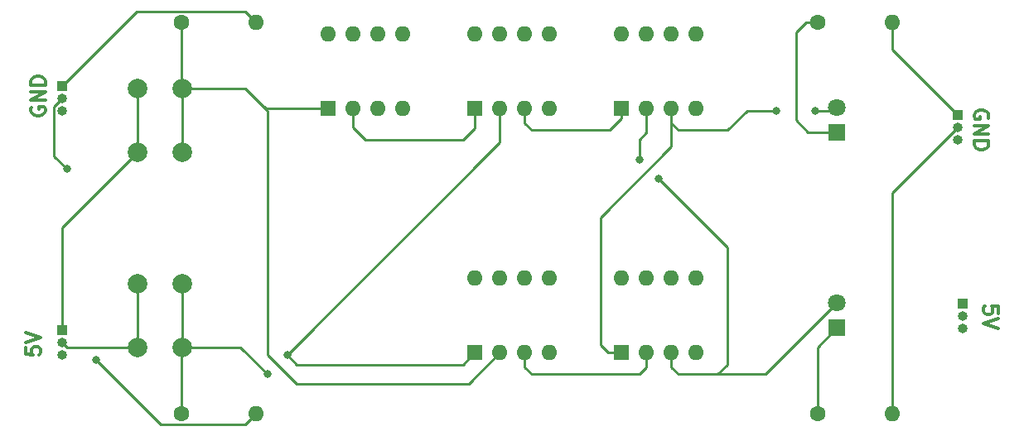
<source format=gbr>
%TF.GenerationSoftware,KiCad,Pcbnew,7.0.7*%
%TF.CreationDate,2023-11-02T13:25:28-04:00*%
%TF.ProjectId,TEJ4M-Unit-4-08,54454a34-4d2d-4556-9e69-742d342d3038,rev?*%
%TF.SameCoordinates,Original*%
%TF.FileFunction,Copper,L1,Top*%
%TF.FilePolarity,Positive*%
%FSLAX46Y46*%
G04 Gerber Fmt 4.6, Leading zero omitted, Abs format (unit mm)*
G04 Created by KiCad (PCBNEW 7.0.7) date 2023-11-02 13:25:28*
%MOMM*%
%LPD*%
G01*
G04 APERTURE LIST*
%ADD10C,0.300000*%
%TA.AperFunction,NonConductor*%
%ADD11C,0.300000*%
%TD*%
%TA.AperFunction,ComponentPad*%
%ADD12R,1.000000X1.000000*%
%TD*%
%TA.AperFunction,ComponentPad*%
%ADD13O,1.000000X1.000000*%
%TD*%
%TA.AperFunction,ComponentPad*%
%ADD14R,1.600000X1.600000*%
%TD*%
%TA.AperFunction,ComponentPad*%
%ADD15O,1.600000X1.600000*%
%TD*%
%TA.AperFunction,ComponentPad*%
%ADD16C,2.000000*%
%TD*%
%TA.AperFunction,ComponentPad*%
%ADD17C,1.600000*%
%TD*%
%TA.AperFunction,ComponentPad*%
%ADD18R,1.800000X1.800000*%
%TD*%
%TA.AperFunction,ComponentPad*%
%ADD19C,1.800000*%
%TD*%
%TA.AperFunction,ViaPad*%
%ADD20C,0.800000*%
%TD*%
%TA.AperFunction,Conductor*%
%ADD21C,0.250000*%
%TD*%
G04 APERTURE END LIST*
D10*
D11*
X198627742Y-64840225D02*
X198699171Y-64697368D01*
X198699171Y-64697368D02*
X198699171Y-64483082D01*
X198699171Y-64483082D02*
X198627742Y-64268796D01*
X198627742Y-64268796D02*
X198484885Y-64125939D01*
X198484885Y-64125939D02*
X198342028Y-64054510D01*
X198342028Y-64054510D02*
X198056314Y-63983082D01*
X198056314Y-63983082D02*
X197842028Y-63983082D01*
X197842028Y-63983082D02*
X197556314Y-64054510D01*
X197556314Y-64054510D02*
X197413457Y-64125939D01*
X197413457Y-64125939D02*
X197270600Y-64268796D01*
X197270600Y-64268796D02*
X197199171Y-64483082D01*
X197199171Y-64483082D02*
X197199171Y-64625939D01*
X197199171Y-64625939D02*
X197270600Y-64840225D01*
X197270600Y-64840225D02*
X197342028Y-64911653D01*
X197342028Y-64911653D02*
X197842028Y-64911653D01*
X197842028Y-64911653D02*
X197842028Y-64625939D01*
X197199171Y-65554510D02*
X198699171Y-65554510D01*
X198699171Y-65554510D02*
X197199171Y-66411653D01*
X197199171Y-66411653D02*
X198699171Y-66411653D01*
X197199171Y-67125939D02*
X198699171Y-67125939D01*
X198699171Y-67125939D02*
X198699171Y-67483082D01*
X198699171Y-67483082D02*
X198627742Y-67697368D01*
X198627742Y-67697368D02*
X198484885Y-67840225D01*
X198484885Y-67840225D02*
X198342028Y-67911654D01*
X198342028Y-67911654D02*
X198056314Y-67983082D01*
X198056314Y-67983082D02*
X197842028Y-67983082D01*
X197842028Y-67983082D02*
X197556314Y-67911654D01*
X197556314Y-67911654D02*
X197413457Y-67840225D01*
X197413457Y-67840225D02*
X197270600Y-67697368D01*
X197270600Y-67697368D02*
X197199171Y-67483082D01*
X197199171Y-67483082D02*
X197199171Y-67125939D01*
D10*
D11*
X100872257Y-63659774D02*
X100800828Y-63802632D01*
X100800828Y-63802632D02*
X100800828Y-64016917D01*
X100800828Y-64016917D02*
X100872257Y-64231203D01*
X100872257Y-64231203D02*
X101015114Y-64374060D01*
X101015114Y-64374060D02*
X101157971Y-64445489D01*
X101157971Y-64445489D02*
X101443685Y-64516917D01*
X101443685Y-64516917D02*
X101657971Y-64516917D01*
X101657971Y-64516917D02*
X101943685Y-64445489D01*
X101943685Y-64445489D02*
X102086542Y-64374060D01*
X102086542Y-64374060D02*
X102229400Y-64231203D01*
X102229400Y-64231203D02*
X102300828Y-64016917D01*
X102300828Y-64016917D02*
X102300828Y-63874060D01*
X102300828Y-63874060D02*
X102229400Y-63659774D01*
X102229400Y-63659774D02*
X102157971Y-63588346D01*
X102157971Y-63588346D02*
X101657971Y-63588346D01*
X101657971Y-63588346D02*
X101657971Y-63874060D01*
X102300828Y-62945489D02*
X100800828Y-62945489D01*
X100800828Y-62945489D02*
X102300828Y-62088346D01*
X102300828Y-62088346D02*
X100800828Y-62088346D01*
X102300828Y-61374060D02*
X100800828Y-61374060D01*
X100800828Y-61374060D02*
X100800828Y-61016917D01*
X100800828Y-61016917D02*
X100872257Y-60802631D01*
X100872257Y-60802631D02*
X101015114Y-60659774D01*
X101015114Y-60659774D02*
X101157971Y-60588345D01*
X101157971Y-60588345D02*
X101443685Y-60516917D01*
X101443685Y-60516917D02*
X101657971Y-60516917D01*
X101657971Y-60516917D02*
X101943685Y-60588345D01*
X101943685Y-60588345D02*
X102086542Y-60659774D01*
X102086542Y-60659774D02*
X102229400Y-60802631D01*
X102229400Y-60802631D02*
X102300828Y-61016917D01*
X102300828Y-61016917D02*
X102300828Y-61374060D01*
D10*
D11*
X100300828Y-88231203D02*
X100300828Y-88945489D01*
X100300828Y-88945489D02*
X101015114Y-89016917D01*
X101015114Y-89016917D02*
X100943685Y-88945489D01*
X100943685Y-88945489D02*
X100872257Y-88802632D01*
X100872257Y-88802632D02*
X100872257Y-88445489D01*
X100872257Y-88445489D02*
X100943685Y-88302632D01*
X100943685Y-88302632D02*
X101015114Y-88231203D01*
X101015114Y-88231203D02*
X101157971Y-88159774D01*
X101157971Y-88159774D02*
X101515114Y-88159774D01*
X101515114Y-88159774D02*
X101657971Y-88231203D01*
X101657971Y-88231203D02*
X101729400Y-88302632D01*
X101729400Y-88302632D02*
X101800828Y-88445489D01*
X101800828Y-88445489D02*
X101800828Y-88802632D01*
X101800828Y-88802632D02*
X101729400Y-88945489D01*
X101729400Y-88945489D02*
X101657971Y-89016917D01*
X100300828Y-87731203D02*
X101800828Y-87231203D01*
X101800828Y-87231203D02*
X100300828Y-86731203D01*
D10*
D11*
X199699171Y-84768796D02*
X199699171Y-84054510D01*
X199699171Y-84054510D02*
X198984885Y-83983082D01*
X198984885Y-83983082D02*
X199056314Y-84054510D01*
X199056314Y-84054510D02*
X199127742Y-84197368D01*
X199127742Y-84197368D02*
X199127742Y-84554510D01*
X199127742Y-84554510D02*
X199056314Y-84697368D01*
X199056314Y-84697368D02*
X198984885Y-84768796D01*
X198984885Y-84768796D02*
X198842028Y-84840225D01*
X198842028Y-84840225D02*
X198484885Y-84840225D01*
X198484885Y-84840225D02*
X198342028Y-84768796D01*
X198342028Y-84768796D02*
X198270600Y-84697368D01*
X198270600Y-84697368D02*
X198199171Y-84554510D01*
X198199171Y-84554510D02*
X198199171Y-84197368D01*
X198199171Y-84197368D02*
X198270600Y-84054510D01*
X198270600Y-84054510D02*
X198342028Y-83983082D01*
X199699171Y-85268796D02*
X198199171Y-85768796D01*
X198199171Y-85768796D02*
X199699171Y-86268796D01*
D12*
%TO.P,J4,1,Pin_1*%
%TO.N,Net-(J4-Pin_1)*%
X195500000Y-64500000D03*
D13*
%TO.P,J4,2,Pin_2*%
%TO.N,Net-(J4-Pin_2)*%
X195500000Y-65770000D03*
%TO.P,J4,3,Pin_3*%
%TO.N,unconnected-(J4-Pin_3-Pad3)*%
X195500000Y-67040000D03*
%TD*%
D12*
%TO.P,J3,1,Pin_1*%
%TO.N,unconnected-(J3-Pin_1-Pad1)*%
X196025000Y-83725000D03*
D13*
%TO.P,J3,2,Pin_2*%
%TO.N,unconnected-(J3-Pin_2-Pad2)*%
X196025000Y-84995000D03*
%TO.P,J3,3,Pin_3*%
%TO.N,unconnected-(J3-Pin_3-Pad3)*%
X196025000Y-86265000D03*
%TD*%
D12*
%TO.P,J2,1,Pin_1*%
%TO.N,Net-(J2-Pin_1)*%
X104000000Y-61500000D03*
D13*
%TO.P,J2,2,Pin_2*%
%TO.N,Net-(J2-Pin_2)*%
X104000000Y-62770000D03*
%TO.P,J2,3,Pin_3*%
%TO.N,unconnected-(J2-Pin_3-Pad3)*%
X104000000Y-64040000D03*
%TD*%
D12*
%TO.P,J1,1,Pin_1*%
%TO.N,Net-(J1-Pin_1)*%
X104000000Y-86460000D03*
D13*
%TO.P,J1,2,Pin_2*%
%TO.N,Net-(J1-Pin_2)*%
X104000000Y-87730000D03*
%TO.P,J1,3,Pin_3*%
%TO.N,unconnected-(J1-Pin_3-Pad3)*%
X104000000Y-89000000D03*
%TD*%
D14*
%TO.P,U7,1*%
%TO.N,Net-(U5-Pad3)*%
X161200000Y-63800000D03*
D15*
%TO.P,U7,2*%
%TO.N,Net-(D4-A)*%
X163740000Y-63800000D03*
%TO.P,U7,3*%
%TO.N,Net-(D3-A)*%
X166280000Y-63800000D03*
%TO.P,U7,4*%
%TO.N,N/C*%
X168820000Y-63800000D03*
%TO.P,U7,5*%
X168820000Y-56180000D03*
%TO.P,U7,6*%
X166280000Y-56180000D03*
%TO.P,U7,7*%
X163740000Y-56180000D03*
%TO.P,U7,8*%
X161200000Y-56180000D03*
%TD*%
D14*
%TO.P,U6,1*%
%TO.N,Net-(D3-A)*%
X161200000Y-88800000D03*
D15*
%TO.P,U6,2*%
%TO.N,Net-(U4-Pad3)*%
X163740000Y-88800000D03*
%TO.P,U6,3*%
%TO.N,Net-(D4-A)*%
X166280000Y-88800000D03*
%TO.P,U6,4*%
%TO.N,N/C*%
X168820000Y-88800000D03*
%TO.P,U6,5*%
X168820000Y-81180000D03*
%TO.P,U6,6*%
X166280000Y-81180000D03*
%TO.P,U6,7*%
X163740000Y-81180000D03*
%TO.P,U6,8*%
X161200000Y-81180000D03*
%TD*%
D14*
%TO.P,U5,1*%
%TO.N,Net-(U3-Pad2)*%
X146200000Y-63800000D03*
D15*
%TO.P,U5,2*%
%TO.N,Net-(R2-Pad1)*%
X148740000Y-63800000D03*
%TO.P,U5,3*%
%TO.N,Net-(U5-Pad3)*%
X151280000Y-63800000D03*
%TO.P,U5,4*%
%TO.N,N/C*%
X153820000Y-63800000D03*
%TO.P,U5,5*%
X153820000Y-56180000D03*
%TO.P,U5,6*%
X151280000Y-56180000D03*
%TO.P,U5,7*%
X148740000Y-56180000D03*
%TO.P,U5,8*%
X146200000Y-56180000D03*
%TD*%
D14*
%TO.P,U4,1*%
%TO.N,Net-(R2-Pad1)*%
X146200000Y-88800000D03*
D15*
%TO.P,U4,2*%
%TO.N,Net-(R1-Pad1)*%
X148740000Y-88800000D03*
%TO.P,U4,3*%
%TO.N,Net-(U4-Pad3)*%
X151280000Y-88800000D03*
%TO.P,U4,4*%
%TO.N,N/C*%
X153820000Y-88800000D03*
%TO.P,U4,5*%
X153820000Y-81180000D03*
%TO.P,U4,6*%
X151280000Y-81180000D03*
%TO.P,U4,7*%
X148740000Y-81180000D03*
%TO.P,U4,8*%
X146200000Y-81180000D03*
%TD*%
D14*
%TO.P,U3,1*%
%TO.N,Net-(R1-Pad1)*%
X131200000Y-63800000D03*
D15*
%TO.P,U3,2*%
%TO.N,Net-(U3-Pad2)*%
X133740000Y-63800000D03*
%TO.P,U3,3*%
%TO.N,N/C*%
X136280000Y-63800000D03*
%TO.P,U3,4*%
X138820000Y-63800000D03*
%TO.P,U3,5*%
X138820000Y-56180000D03*
%TO.P,U3,6*%
X136280000Y-56180000D03*
%TO.P,U3,7*%
X133740000Y-56180000D03*
%TO.P,U3,8*%
X131200000Y-56180000D03*
%TD*%
D16*
%TO.P,U2,1*%
%TO.N,Net-(J1-Pin_2)*%
X111750000Y-81750000D03*
X111750000Y-88250000D03*
%TO.P,U2,2*%
%TO.N,Net-(R2-Pad1)*%
X116250000Y-81750000D03*
X116250000Y-88250000D03*
%TD*%
%TO.P,U1,1*%
%TO.N,Net-(J1-Pin_1)*%
X111750000Y-61750000D03*
X111750000Y-68250000D03*
%TO.P,U1,2*%
%TO.N,Net-(R1-Pad1)*%
X116250000Y-61750000D03*
X116250000Y-68250000D03*
%TD*%
D15*
%TO.P,R4,2*%
%TO.N,Net-(J4-Pin_2)*%
X188810000Y-95000000D03*
D17*
%TO.P,R4,1*%
%TO.N,Net-(D4-K)*%
X181190000Y-95000000D03*
%TD*%
%TO.P,R3,1*%
%TO.N,Net-(D3-K)*%
X181190000Y-55000000D03*
D15*
%TO.P,R3,2*%
%TO.N,Net-(J4-Pin_1)*%
X188810000Y-55000000D03*
%TD*%
D17*
%TO.P,R2,1*%
%TO.N,Net-(R2-Pad1)*%
X116190000Y-95000000D03*
D15*
%TO.P,R2,2*%
%TO.N,Net-(J2-Pin_2)*%
X123810000Y-95000000D03*
%TD*%
D17*
%TO.P,R1,1*%
%TO.N,Net-(R1-Pad1)*%
X116190000Y-55000000D03*
D15*
%TO.P,R1,2*%
%TO.N,Net-(J2-Pin_1)*%
X123810000Y-55000000D03*
%TD*%
D18*
%TO.P,D4,1,K*%
%TO.N,Net-(D4-K)*%
X183175000Y-86250000D03*
D19*
%TO.P,D4,2,A*%
%TO.N,Net-(D4-A)*%
X183175000Y-83710000D03*
%TD*%
D18*
%TO.P,D3,1,K*%
%TO.N,Net-(D3-K)*%
X183175000Y-66250000D03*
D19*
%TO.P,D3,2,A*%
%TO.N,Net-(D3-A)*%
X183175000Y-63710000D03*
%TD*%
D20*
%TO.N,Net-(J2-Pin_2)*%
X104500000Y-70000000D03*
X107500000Y-89500000D03*
%TO.N,Net-(D3-A)*%
X181000000Y-64000000D03*
X177000000Y-64000000D03*
%TO.N,Net-(D4-A)*%
X163000000Y-69000000D03*
X165000000Y-71000000D03*
%TO.N,Net-(R2-Pad1)*%
X127000000Y-89000000D03*
X125000000Y-91000000D03*
%TD*%
D21*
%TO.N,Net-(J4-Pin_2)*%
X188810000Y-95000000D02*
X188810000Y-72460000D01*
X188810000Y-72460000D02*
X195500000Y-65770000D01*
%TO.N,Net-(J4-Pin_1)*%
X188810000Y-57810000D02*
X195500000Y-64500000D01*
X188810000Y-55000000D02*
X188810000Y-57810000D01*
%TO.N,Net-(J2-Pin_2)*%
X103175000Y-63595000D02*
X104000000Y-62770000D01*
X103175000Y-68675000D02*
X103175000Y-63595000D01*
X104500000Y-70000000D02*
X103175000Y-68675000D01*
X122685000Y-96125000D02*
X114125000Y-96125000D01*
X123810000Y-95000000D02*
X122685000Y-96125000D01*
X114125000Y-96125000D02*
X107500000Y-89500000D01*
%TO.N,Net-(J2-Pin_1)*%
X111625000Y-53875000D02*
X104000000Y-61500000D01*
X122685000Y-53875000D02*
X111625000Y-53875000D01*
X123810000Y-55000000D02*
X122685000Y-53875000D01*
%TO.N,Net-(J1-Pin_1)*%
X104000000Y-76000000D02*
X104000000Y-86460000D01*
X111750000Y-68250000D02*
X104000000Y-76000000D01*
%TO.N,Net-(J1-Pin_2)*%
X104520000Y-88250000D02*
X104000000Y-87730000D01*
X111750000Y-88250000D02*
X104520000Y-88250000D01*
%TO.N,Net-(J1-Pin_1)*%
X111750000Y-68250000D02*
X111750000Y-61750000D01*
%TO.N,Net-(J1-Pin_2)*%
X111750000Y-81750000D02*
X111750000Y-88250000D01*
%TO.N,Net-(R2-Pad1)*%
X116250000Y-88250000D02*
X116250000Y-81750000D01*
%TO.N,Net-(R1-Pad1)*%
X116250000Y-68250000D02*
X116250000Y-61750000D01*
%TO.N,Net-(D3-A)*%
X181000000Y-64000000D02*
X182885000Y-64000000D01*
X182885000Y-64000000D02*
X183175000Y-63710000D01*
X174000000Y-64000000D02*
X177000000Y-64000000D01*
X172000000Y-66000000D02*
X174000000Y-64000000D01*
X167000000Y-66000000D02*
X172000000Y-66000000D01*
X166280000Y-65280000D02*
X167000000Y-66000000D01*
X166280000Y-63800000D02*
X166280000Y-65280000D01*
%TO.N,Net-(D3-K)*%
X180000000Y-55000000D02*
X181190000Y-55000000D01*
X180250000Y-66250000D02*
X179000000Y-65000000D01*
X179000000Y-65000000D02*
X179000000Y-56000000D01*
X179000000Y-56000000D02*
X180000000Y-55000000D01*
X183175000Y-66250000D02*
X180250000Y-66250000D01*
%TO.N,Net-(D4-A)*%
X175885000Y-91000000D02*
X171000000Y-91000000D01*
X183175000Y-83710000D02*
X175885000Y-91000000D01*
%TO.N,Net-(D4-K)*%
X181190000Y-88235000D02*
X183175000Y-86250000D01*
X181190000Y-95000000D02*
X181190000Y-88235000D01*
%TO.N,Net-(D4-A)*%
X163740000Y-66260000D02*
X163740000Y-63800000D01*
X163000000Y-69000000D02*
X163000000Y-67000000D01*
X163000000Y-67000000D02*
X163740000Y-66260000D01*
X171000000Y-91000000D02*
X172000000Y-90000000D01*
X167000000Y-91000000D02*
X171000000Y-91000000D01*
X172000000Y-78000000D02*
X165000000Y-71000000D01*
X166280000Y-90280000D02*
X167000000Y-91000000D01*
X172000000Y-90000000D02*
X172000000Y-78000000D01*
X166280000Y-88800000D02*
X166280000Y-90280000D01*
%TO.N,Net-(D3-A)*%
X166280000Y-67720000D02*
X166280000Y-63800000D01*
X159000000Y-75000000D02*
X166280000Y-67720000D01*
X159800000Y-88800000D02*
X159000000Y-88000000D01*
X161200000Y-88800000D02*
X159800000Y-88800000D01*
X159000000Y-88000000D02*
X159000000Y-75000000D01*
%TO.N,Net-(U4-Pad3)*%
X152000000Y-91000000D02*
X163000000Y-91000000D01*
X151280000Y-90280000D02*
X152000000Y-91000000D01*
X151280000Y-88800000D02*
X151280000Y-90280000D01*
X163000000Y-91000000D02*
X163740000Y-90260000D01*
X163740000Y-90260000D02*
X163740000Y-88800000D01*
%TO.N,Net-(U5-Pad3)*%
X160000000Y-66000000D02*
X161200000Y-64800000D01*
X152000000Y-66000000D02*
X160000000Y-66000000D01*
X151280000Y-65280000D02*
X152000000Y-66000000D01*
X161200000Y-64800000D02*
X161200000Y-63800000D01*
X151280000Y-63800000D02*
X151280000Y-65280000D01*
%TO.N,Net-(U3-Pad2)*%
X146200000Y-65800000D02*
X146200000Y-63800000D01*
X145000000Y-67000000D02*
X146200000Y-65800000D01*
X133740000Y-65740000D02*
X135000000Y-67000000D01*
X133740000Y-63800000D02*
X133740000Y-65740000D01*
X135000000Y-67000000D02*
X145000000Y-67000000D01*
%TO.N,Net-(R1-Pad1)*%
X125000000Y-89000000D02*
X128000000Y-92000000D01*
X125000000Y-64000000D02*
X125000000Y-89000000D01*
X128000000Y-92000000D02*
X145540000Y-92000000D01*
X145540000Y-92000000D02*
X148740000Y-88800000D01*
X122750000Y-61750000D02*
X125000000Y-64000000D01*
%TO.N,Net-(R2-Pad1)*%
X148740000Y-67260000D02*
X148740000Y-63800000D01*
X127000000Y-89000000D02*
X148740000Y-67260000D01*
X145000000Y-90000000D02*
X146200000Y-88800000D01*
X128000000Y-90000000D02*
X145000000Y-90000000D01*
X127000000Y-89000000D02*
X128000000Y-90000000D01*
X122250000Y-88250000D02*
X125000000Y-91000000D01*
X116250000Y-88250000D02*
X122250000Y-88250000D01*
%TO.N,Net-(R1-Pad1)*%
X122750000Y-61750000D02*
X124800000Y-63800000D01*
X116250000Y-61750000D02*
X122750000Y-61750000D01*
X124800000Y-63800000D02*
X131200000Y-63800000D01*
%TO.N,Net-(R2-Pad1)*%
X116190000Y-95000000D02*
X116190000Y-88310000D01*
X116190000Y-88310000D02*
X116250000Y-88250000D01*
%TO.N,Net-(R1-Pad1)*%
X116190000Y-61690000D02*
X116250000Y-61750000D01*
X116190000Y-55000000D02*
X116190000Y-61690000D01*
%TD*%
M02*

</source>
